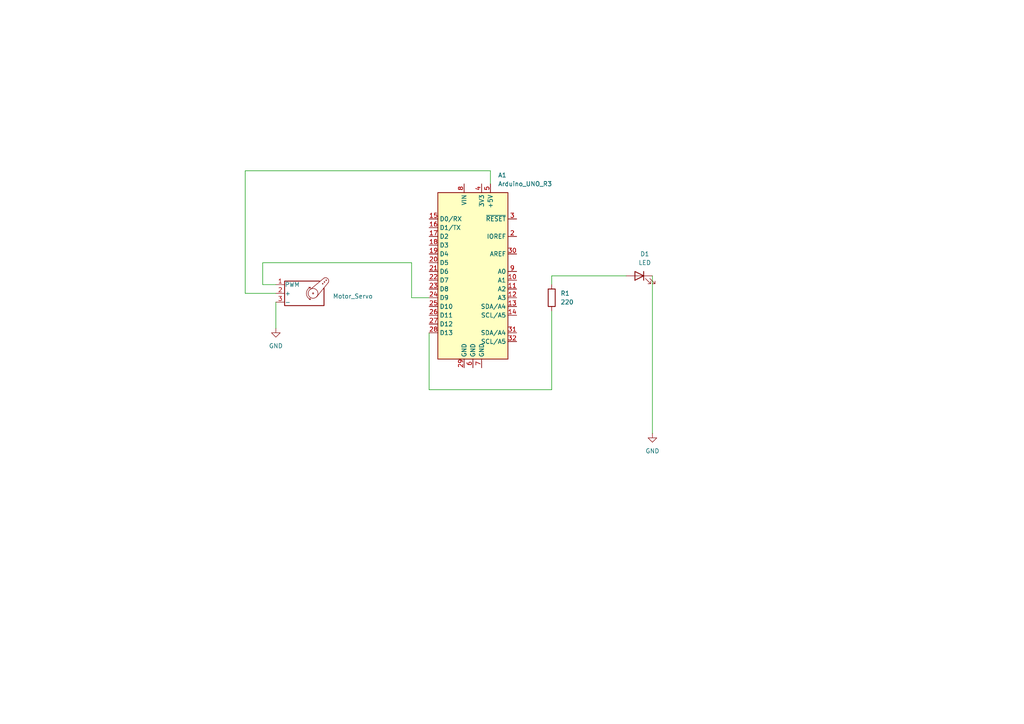
<source format=kicad_sch>
(kicad_sch (version 20231120) (generator "eeschema") (generator_version "8.0")
  (paper "A4")
  (lib_symbols
    (symbol "Device:LED" (pin_numbers hide) (pin_names (offset 1.016) hide)
      (property "Reference" "D" (at 0 2.54 0))
      (property "Value" "LED" (at 0 -2.54 0))
      (symbol "LED_0_1"
        (polyline (pts (xy -1.27 -1.27) (xy -1.27 1.27)) (stroke (width 0.254)))
        (polyline (pts (xy -1.27 0) (xy 1.27 0)))
        (polyline (pts (xy 1.27 -1.27) (xy 1.27 1.27) (xy -1.27 0) (xy 1.27 -1.27)) (stroke (width 0.254)))
        (polyline (pts (xy -3.048 -0.762) (xy -4.572 -2.286) (xy -3.81 -2.286) (xy -4.572 -2.286) (xy -4.572 -1.524)))
        (polyline (pts (xy -1.778 -0.762) (xy -3.302 -2.286) (xy -2.54 -2.286) (xy -3.302 -2.286) (xy -3.302 -1.524)))
      )
      (symbol "LED_1_1"
        (pin passive line (at -3.81 0 0) (length 2.54) (name "K") (number "1"))
        (pin passive line (at 3.81 0 180) (length 2.54) (name "A") (number "2"))
      )
    )
    (symbol "Device:R" (pin_numbers hide) (pin_names (offset 0))
      (property "Reference" "R" (at 2.032 0 90))
      (property "Value" "R" (at 0 0 90))
      (symbol "R_0_1"
        (rectangle (start -1.016 -2.54) (end 1.016 2.54) (stroke (width 0.254)))
      )
      (symbol "R_1_1"
        (pin passive line (at 0 3.81 270) (length 1.27) (name "~") (number "1"))
        (pin passive line (at 0 -3.81 90) (length 1.27) (name "~") (number "2"))
      )
    )
    (symbol "MCU_Module:Arduino_UNO_R3"
      (property "Reference" "A" (at -10.16 23.495 0))
      (property "Value" "Arduino_UNO_R3" (at 5.08 -26.67 0))
      (symbol "Arduino_UNO_R3_0_1"
        (rectangle (start -10.16 22.86) (end 10.16 -25.4) (stroke (width 0.254)) (fill (type background)))
      )
      (symbol "Arduino_UNO_R3_1_1"
        (pin no_connect line (at -10.16 -20.32 0) (length 2.54) hide (name "NC") (number "1"))
        (pin bidirectional line (at 12.7 -2.54 180) (length 2.54) (name "A1") (number "10"))
        (pin bidirectional line (at 12.7 -5.08 180) (length 2.54) (name "A2") (number "11"))
        (pin bidirectional line (at 12.7 -7.62 180) (length 2.54) (name "A3") (number "12"))
        (pin bidirectional line (at 12.7 -10.16 180) (length 2.54) (name "SDA/A4") (number "13"))
        (pin bidirectional line (at 12.7 -12.7 180) (length 2.54) (name "SCL/A5") (number "14"))
        (pin bidirectional line (at -12.7 15.24 0) (length 2.54) (name "D0/RX") (number "15"))
        (pin bidirectional line (at -12.7 12.7 0) (length 2.54) (name "D1/TX") (number "16"))
        (pin bidirectional line (at -12.7 10.16 0) (length 2.54) (name "D2") (number "17"))
        (pin bidirectional line (at -12.7 7.62 0) (length 2.54) (name "D3") (number "18"))
        (pin bidirectional line (at -12.7 5.08 0) (length 2.54) (name "D4") (number "19"))
        (pin output line (at 12.7 10.16 180) (length 2.54) (name "IOREF") (number "2"))
        (pin bidirectional line (at -12.7 2.54 0) (length 2.54) (name "D5") (number "20"))
        (pin bidirectional line (at -12.7 0 0) (length 2.54) (name "D6") (number "21"))
        (pin bidirectional line (at -12.7 -2.54 0) (length 2.54) (name "D7") (number "22"))
        (pin bidirectional line (at -12.7 -5.08 0) (length 2.54) (name "D8") (number "23"))
        (pin bidirectional line (at -12.7 -7.62 0) (length 2.54) (name "D9") (number "24"))
        (pin bidirectional line (at -12.7 -10.16 0) (length 2.54) (name "D10") (number "25"))
        (pin bidirectional line (at -12.7 -12.7 0) (length 2.54) (name "D11") (number "26"))
        (pin bidirectional line (at -12.7 -15.24 0) (length 2.54) (name "D12") (number "27"))
        (pin bidirectional line (at -12.7 -17.78 0) (length 2.54) (name "D13") (number "28"))
        (pin power_in line (at -2.54 -27.94 90) (length 2.54) (name "GND") (number "29"))
        (pin input line (at 12.7 15.24 180) (length 2.54) (name "~{RESET}") (number "3"))
        (pin input line (at 12.7 5.08 180) (length 2.54) (name "AREF") (number "30"))
        (pin bidirectional line (at 12.7 -17.78 180) (length 2.54) (name "SDA/A4") (number "31"))
        (pin bidirectional line (at 12.7 -20.32 180) (length 2.54) (name "SCL/A5") (number "32"))
        (pin power_out line (at 2.54 25.4 270) (length 2.54) (name "3V3") (number "4"))
        (pin power_out line (at 5.08 25.4 270) (length 2.54) (name "+5V") (number "5"))
        (pin power_in line (at 0 -27.94 90) (length 2.54) (name "GND") (number "6"))
        (pin power_in line (at 2.54 -27.94 90) (length 2.54) (name "GND") (number "7"))
        (pin power_in line (at -2.54 25.4 270) (length 2.54) (name "VIN") (number "8"))
        (pin bidirectional line (at 12.7 0 180) (length 2.54) (name "A0") (number "9"))
      )
    )
    (symbol "Motor:Motor_Servo" (pin_names (offset 0.0254))
      (property "Reference" "M" (at -5.08 4.445 0))
      (property "Value" "Motor_Servo" (at -5.08 -4.064 0))
      (symbol "Motor_Servo_0_1"
        (polyline (pts (xy 2.413 -1.778) (xy 2.032 -1.778)))
        (polyline (pts (xy 2.413 -1.778) (xy 2.286 -1.397)))
        (polyline (pts (xy 2.413 1.778) (xy 1.905 1.778)))
        (polyline (pts (xy 2.413 1.778) (xy 2.286 1.397)))
        (polyline (pts (xy 6.35 4.445) (xy 2.54 1.27)))
        (polyline (pts (xy 7.62 3.175) (xy 4.191 -1.016)))
        (polyline (pts (xy 5.08 3.556) (xy -5.08 3.556) (xy -5.08 -3.556) (xy 6.35 -3.556) (xy 6.35 1.524)) (stroke (width 0.254)))
        (arc (start 2.413 1.778) (mid 1.2406 0) (end 2.413 -1.778))
        (circle (center 3.175 0) (radius 0.1778))
        (circle (center 3.175 0) (radius 1.4224))
        (circle (center 5.969 2.794) (radius 0.127))
        (circle (center 6.477 3.302) (radius 0.127))
        (circle (center 6.985 3.81) (radius 0.127))
        (arc (start 7.62 3.175) (mid 7.4485 4.2735) (end 6.35 4.445))
      )
      (symbol "Motor_Servo_1_1"
        (pin passive line (at -7.62 2.54 0) (length 2.54) (name "PWM") (number "1"))
        (pin passive line (at -7.62 0 0) (length 2.54) (name "+") (number "2"))
        (pin passive line (at -7.62 -2.54 0) (length 2.54) (name "-") (number "3"))
      )
    )
    (symbol "power:GND" (power) (pin_numbers hide) (pin_names (offset 0) hide)
      (property "Value" "GND" (at 0 -3.81 0))
      (symbol "GND_0_1"
        (polyline (pts (xy 0 0) (xy 0 -1.27) (xy 1.27 -1.27) (xy 0 -2.54) (xy -1.27 -1.27) (xy 0 -1.27)))
      )
      (symbol "GND_1_1"
        (pin power_in line (at 0 0 270) (length 0) (name "~") (number "1"))
      )
    )
  )
  (wire (pts (xy 119.38 76.2) (xy 119.38 86.36)))
  (wire (pts (xy 142.24 49.53) (xy 142.24 53.34)))
  (wire (pts (xy 80.01 82.55) (xy 76.2 82.55)))
  (wire (pts (xy 160.02 113.03) (xy 124.46 113.03)))
  (wire (pts (xy 189.23 80.01) (xy 189.23 125.73)))
  (wire (pts (xy 160.02 80.01) (xy 181.61 80.01)))
  (wire (pts (xy 76.2 82.55) (xy 76.2 76.2)))
  (wire (pts (xy 160.02 82.55) (xy 160.02 80.01)))
  (wire (pts (xy 76.2 76.2) (xy 119.38 76.2)))
  (wire (pts (xy 71.12 49.53) (xy 142.24 49.53)))
  (wire (pts (xy 119.38 86.36) (xy 124.46 86.36)))
  (wire (pts (xy 160.02 113.03) (xy 160.02 90.17)))
  (wire (pts (xy 124.46 113.03) (xy 124.46 96.52)))
  (wire (pts (xy 80.01 87.63) (xy 80.01 95.25)))
  (wire (pts (xy 80.01 85.09) (xy 71.12 85.09)))
  (wire (pts (xy 71.12 85.09) (xy 71.12 49.53)))
  (symbol (lib_id "Device:R") (at 160.02 86.36 0) (unit 1)
    (property "Reference" "R1" (at 162.56 85.0899 0) (effects (justify left)))
    (property "Value" "220" (at 162.56 87.6299 0) (effects (justify left)))
    (property "Footprint" "Resistor_THT:R_Axial_DIN0207_L6.3mm_D2.5mm_P7.62mm_Horizontal" (effects (hide yes)))
    (property "Description" "Resistor" (effects (hide yes)))
  )
  (symbol (lib_id "Motor:Motor_Servo") (at 87.63 85.09 0) (unit 1)
    (property "Reference" "M1" (effects (hide yes)))
    (property "Value" "Motor_Servo" (at 96.52 85.9265 0) (effects (justify left)))
    (property "Footprint" "Connector_PinHeader_2.54mm:PinHeader_1x03_P2.54mm_Vertical" (effects (hide yes)))
    (property "Datasheet" "http://forums.parallax.com/uploads/attachments/46831/74481.png" (effects (hide yes)))
    (property "Description" "Servo Motor (Futaba, HiTec, JR connector)" (effects (hide yes)))
  )
  (symbol (lib_id "Device:LED") (at 185.42 80.01 0) (mirror y) (unit 1)
    (property "Reference" "D1" (at 187.0075 73.66 0))
    (property "Value" "LED" (at 187.0075 76.2 0))
    (property "Footprint" "LED_THT:LED_D5.0mm_FlatTop" (effects (hide yes)))
    (property "Description" "Light emitting diode" (effects (hide yes)))
  )
  (symbol (lib_id "MCU_Module:Arduino_UNO_R3") (at 137.16 78.74 0) (unit 1)
    (property "Reference" "A1" (at 144.4341 50.8 0) (effects (justify left)))
    (property "Value" "Arduino_UNO_R3" (at 144.4341 53.34 0) (effects (justify left)))
    (property "Footprint" "Module:Arduino_UNO_R3" (effects (hide yes)))
    (property "Datasheet" "https://www.arduino.cc/en/Main/arduinoBoardUno" (effects (hide yes)))
    (property "Description" "Arduino UNO Microcontroller Module, release 3" (effects (hide yes)))
  )
  (symbol (lib_id "power:GND") (at 80.01 95.25 0) (unit 1)
    (property "Reference" "#PWR01" (effects (hide yes)))
    (property "Value" "GND" (at 80.01 100.33 0))
    (property "Description" "Power symbol creates a global label with name \"GND\" , ground" (effects (hide yes)))
  )
  (symbol (lib_id "power:GND") (at 189.23 125.73 0) (unit 1)
    (property "Reference" "#PWR02" (effects (hide yes)))
    (property "Value" "GND" (at 189.23 130.81 0))
    (property "Description" "Power symbol creates a global label with name \"GND\" , ground" (effects (hide yes)))
  )
)
</source>
